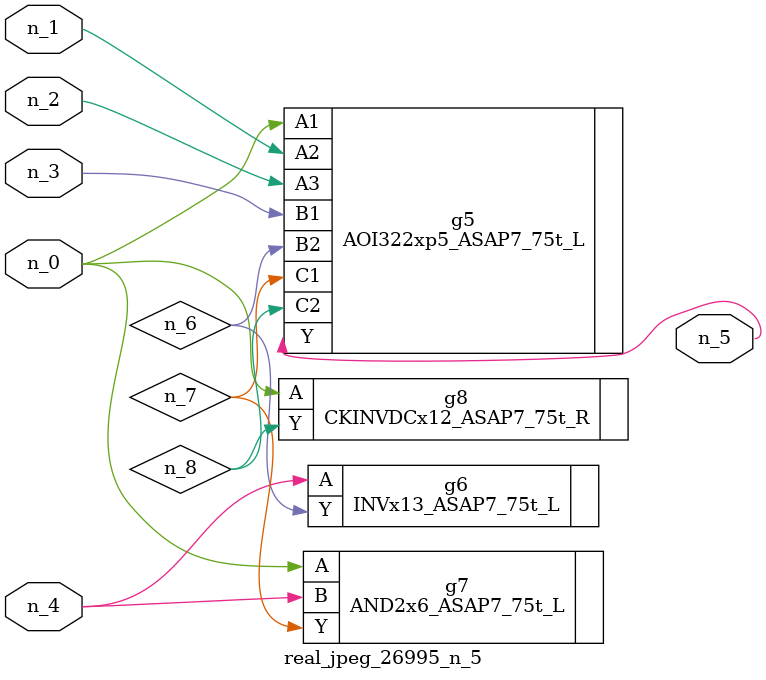
<source format=v>
module real_jpeg_26995_n_5 (n_4, n_0, n_1, n_2, n_3, n_5);

input n_4;
input n_0;
input n_1;
input n_2;
input n_3;

output n_5;

wire n_8;
wire n_6;
wire n_7;

AOI322xp5_ASAP7_75t_L g5 ( 
.A1(n_0),
.A2(n_1),
.A3(n_2),
.B1(n_3),
.B2(n_6),
.C1(n_7),
.C2(n_8),
.Y(n_5)
);

AND2x6_ASAP7_75t_L g7 ( 
.A(n_0),
.B(n_4),
.Y(n_7)
);

CKINVDCx12_ASAP7_75t_R g8 ( 
.A(n_0),
.Y(n_8)
);

INVx13_ASAP7_75t_L g6 ( 
.A(n_4),
.Y(n_6)
);


endmodule
</source>
